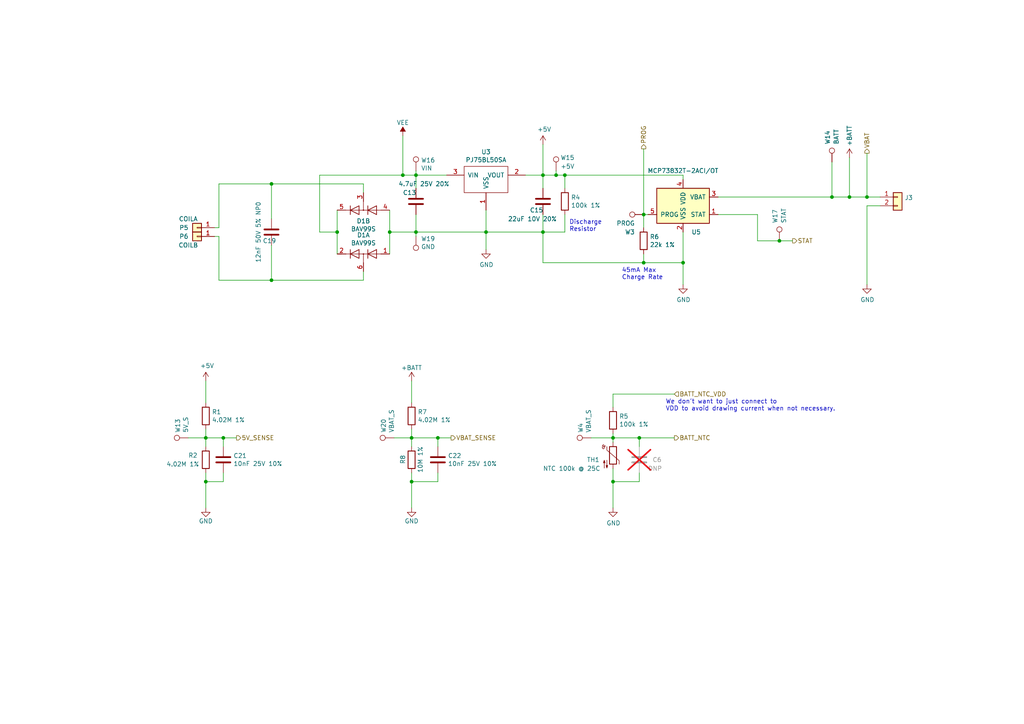
<source format=kicad_sch>
(kicad_sch (version 20230121) (generator eeschema)
  (paper "A4")
  (lib_symbols
    (symbol "Connector_Generic:Conn_01x01" (pin_names (offset 1.016) hide)
      (property "Reference" "J" (at 0 2.54 0))
      (property "Value" "Conn_01x01" (at 0 -2.54 0))
      (symbol "Conn_01x01_1_1"
        (rectangle (start -1.27 0.127) (end 0 -0.127) (stroke (width 0.1524)))
        (rectangle (start -1.27 1.27) (end 1.27 -1.27) (stroke (width 0.254)) (fill (type background)))
        (pin passive line (at -5.08 0 0) (length 3.81) (name "Pin_1") (number "1"))
      )
    )
    (symbol "Connector_Generic:Conn_01x02" (pin_names (offset 1.016) hide)
      (property "Reference" "J" (at 0 2.54 0))
      (property "Value" "Conn_01x02" (at 0 -5.08 0))
      (symbol "Conn_01x02_1_1"
        (rectangle (start -1.27 -2.413) (end 0 -2.667) (stroke (width 0.1524)))
        (rectangle (start -1.27 0.127) (end 0 -0.127) (stroke (width 0.1524)))
        (rectangle (start -1.27 1.27) (end 1.27 -3.81) (stroke (width 0.254)) (fill (type background)))
        (pin passive line (at -5.08 0 0) (length 3.81) (name "Pin_1") (number "1"))
        (pin passive line (at -5.08 -2.54 0) (length 3.81) (name "Pin_2") (number "2"))
      )
    )
    (symbol "Device:C" (pin_numbers hide) (pin_names (offset 0.254))
      (property "Reference" "C" (at 0.635 2.54 0))
      (property "Value" "C" (at 0.635 -2.54 0))
      (symbol "C_0_1"
        (polyline (pts (xy -2.032 -0.762) (xy 2.032 -0.762)) (stroke (width 0.508)))
        (polyline (pts (xy -2.032 0.762) (xy 2.032 0.762)) (stroke (width 0.508)))
      )
      (symbol "C_1_1"
        (pin passive line (at 0 3.81 270) (length 2.794) (name "~") (number "1"))
        (pin passive line (at 0 -3.81 90) (length 2.794) (name "~") (number "2"))
      )
    )
    (symbol "Device:R" (pin_numbers hide) (pin_names (offset 0))
      (property "Reference" "R" (at 2.032 0 90))
      (property "Value" "R" (at 0 0 90))
      (symbol "R_0_1"
        (rectangle (start -1.016 -2.54) (end 1.016 2.54) (stroke (width 0.254)))
      )
      (symbol "R_1_1"
        (pin passive line (at 0 3.81 270) (length 1.27) (name "~") (number "1"))
        (pin passive line (at 0 -3.81 90) (length 1.27) (name "~") (number "2"))
      )
    )
    (symbol "Device:Thermistor_NTC" (pin_numbers hide) (pin_names (offset 0))
      (property "Reference" "TH" (at -4.445 0 90))
      (property "Value" "Thermistor_NTC" (at 3.175 0 90))
      (symbol "Thermistor_NTC_0_1"
        (arc (start -3.048 2.159) (mid -3.0495 2.3143) (end -3.175 2.413))
        (arc (start -3.048 2.159) (mid -2.9736 1.9794) (end -2.794 1.905))
        (arc (start -3.048 2.794) (mid -2.9736 2.6144) (end -2.794 2.54))
        (arc (start -2.794 1.905) (mid -2.6144 1.9794) (end -2.54 2.159))
        (arc (start -2.794 2.54) (mid -2.4393 2.5587) (end -2.159 2.794))
        (arc (start -2.794 3.048) (mid -2.9736 2.9736) (end -3.048 2.794))
        (arc (start -2.54 2.794) (mid -2.6144 2.9736) (end -2.794 3.048))
        (rectangle (start -1.016 2.54) (end 1.016 -2.54) (stroke (width 0.254)))
        (polyline (pts (xy -2.54 2.159) (xy -2.54 2.794)))
        (polyline (pts (xy -1.778 2.54) (xy -1.778 1.524) (xy 1.778 -1.524) (xy 1.778 -2.54)))
        (polyline (pts (xy -2.54 -3.683) (xy -2.54 -1.397) (xy -2.794 -2.159) (xy -2.286 -2.159) (xy -2.54 -1.397) (xy -2.54 -1.651)) (fill (type outline)))
        (polyline (pts (xy -1.778 -1.397) (xy -1.778 -3.683) (xy -2.032 -2.921) (xy -1.524 -2.921) (xy -1.778 -3.683) (xy -1.778 -3.429)) (fill (type outline)))
      )
      (symbol "Thermistor_NTC_1_1"
        (pin passive line (at 0 3.81 270) (length 1.27) (name "~") (number "1"))
        (pin passive line (at 0 -3.81 90) (length 1.27) (name "~") (number "2"))
      )
    )
    (symbol "Pixels-dice:BAV99S-diode" (pin_names (offset 0.0254) hide)
      (property "Reference" "D" (at 0 2.54 0))
      (property "Value" "BAV99S-diode" (at 0 5.08 0))
      (symbol "BAV99S-diode_0_1"
        (polyline (pts (xy -5.08 0) (xy 5.08 0)))
        (polyline (pts (xy 0 0) (xy 0 -2.54)))
        (polyline (pts (xy -1.27 -1.27) (xy -1.27 1.27) (xy -1.27 1.27)) (stroke (width 0.2032)))
        (polyline (pts (xy 3.81 1.27) (xy 3.81 -1.27) (xy 3.81 -1.27)) (stroke (width 0.2032)))
        (polyline (pts (xy -3.81 1.27) (xy -1.27 0) (xy -3.81 -1.27) (xy -3.81 1.27) (xy -3.81 1.27) (xy -3.81 1.27)) (stroke (width 0.2032)))
        (polyline (pts (xy 1.27 1.27) (xy 3.81 0) (xy 1.27 -1.27) (xy 1.27 1.27) (xy 1.27 1.27) (xy 1.27 1.27)) (stroke (width 0.2032)))
        (circle (center 0 0) (radius 0.127))
      )
      (symbol "BAV99S-diode_1_1"
        (polyline (pts (xy 6.35 0) (xy 7.62 0)))
        (pin passive line (at -7.62 0 0) (length 2.54) (name "A1") (number "1"))
        (pin passive line (at 7.62 0 180) (length 2.54) (name "K2") (number "2"))
        (pin passive line (at 0 -5.08 90) (length 2.54) (name "K3A4") (number "6"))
      )
      (symbol "BAV99S-diode_2_1"
        (polyline (pts (xy 6.35 0) (xy 7.62 0)))
        (pin passive line (at 0 -5.08 90) (length 2.54) (name "K1A2") (number "3"))
        (pin passive line (at -7.62 0 0) (length 2.54) (name "A3") (number "4"))
        (pin passive line (at 7.62 0 180) (length 2.54) (name "K4") (number "5"))
      )
    )
    (symbol "Pixels-dice:HX6306P502MR" (pin_names (offset 1.016))
      (property "Reference" "U" (at 3.81 -6.35 0))
      (property "Value" "HX6306P502MR" (at 0 3.81 0))
      (symbol "HX6306P502MR_0_1"
        (rectangle (start -6.35 2.54) (end 6.35 -5.08))
      )
      (symbol "HX6306P502MR_1_1"
        (pin power_in line (at 0 -10.16 90) (length 5.08) (name "VSS") (number "1"))
        (pin power_out line (at 11.43 0 180) (length 5.08) (name "VOUT") (number "2"))
        (pin power_in line (at -11.43 0 0) (length 5.08) (name "VIN") (number "3"))
      )
    )
    (symbol "Pixels-dice:MCP73831-2-OT-battery_management" (pin_names (offset 1.016))
      (property "Reference" "U" (at -7.62 6.35 0))
      (property "Value" "MCP73831-2-OT-battery_management" (at 1.27 6.35 0))
      (symbol "MCP73831-2-OT-battery_management_0_1"
        (rectangle (start -7.62 5.08) (end 7.62 -5.08) (stroke (width 0.254)) (fill (type background)))
      )
      (symbol "MCP73831-2-OT-battery_management_1_1"
        (pin output line (at 10.16 -2.54 180) (length 2.54) (name "STAT") (number "1"))
        (pin power_in line (at 0 -7.62 90) (length 2.54) (name "VSS") (number "2"))
        (pin power_out line (at 10.16 2.54 180) (length 2.54) (name "VBAT") (number "3"))
        (pin power_in line (at 0 7.62 270) (length 2.54) (name "VDD") (number "4"))
        (pin input line (at -10.16 -2.54 0) (length 2.54) (name "PROG") (number "5"))
      )
    )
    (symbol "Pixels-dice:TEST_1P-conn" (pin_numbers hide) (pin_names (offset 0.762) hide)
      (property "Reference" "W" (at 0 6.858 0))
      (property "Value" "TEST_1P-conn" (at 0 5.08 0))
      (symbol "TEST_1P-conn_0_1"
        (circle (center 0 3.302) (radius 0.762))
      )
      (symbol "TEST_1P-conn_1_1"
        (pin passive line (at 0 0 90) (length 2.54) (name "1") (number "1"))
      )
    )
    (symbol "power:+5V" (power) (pin_names (offset 0))
      (property "Value" "+5V" (at 0 3.556 0))
      (symbol "+5V_0_1"
        (polyline (pts (xy -0.762 1.27) (xy 0 2.54)))
        (polyline (pts (xy 0 0) (xy 0 2.54)))
        (polyline (pts (xy 0 2.54) (xy 0.762 1.27)))
      )
      (symbol "+5V_1_1"
        (pin power_in line (at 0 0 90) (length 0) hide (name "+5V") (number "1"))
      )
    )
    (symbol "power:+BATT" (power) (pin_names (offset 0))
      (property "Value" "+BATT" (at 0 3.556 0))
      (symbol "+BATT_0_1"
        (polyline (pts (xy -0.762 1.27) (xy 0 2.54)))
        (polyline (pts (xy 0 0) (xy 0 2.54)))
        (polyline (pts (xy 0 2.54) (xy 0.762 1.27)))
      )
      (symbol "+BATT_1_1"
        (pin power_in line (at 0 0 90) (length 0) hide (name "+BATT") (number "1"))
      )
    )
    (symbol "power:GND" (power) (pin_names (offset 0))
      (property "Value" "GND" (at 0 -3.81 0))
      (symbol "GND_0_1"
        (polyline (pts (xy 0 0) (xy 0 -1.27) (xy 1.27 -1.27) (xy 0 -2.54) (xy -1.27 -1.27) (xy 0 -1.27)))
      )
      (symbol "GND_1_1"
        (pin power_in line (at 0 0 270) (length 0) hide (name "GND") (number "1"))
      )
    )
    (symbol "power:VEE" (power) (pin_names (offset 0))
      (property "Value" "VEE" (at 0 3.81 0))
      (symbol "VEE_0_1"
        (polyline (pts (xy 0 0) (xy 0 2.54)))
        (polyline (pts (xy 0.762 1.27) (xy -0.762 1.27) (xy 0 2.54) (xy 0.762 1.27)) (fill (type outline)))
      )
      (symbol "VEE_1_1"
        (pin power_in line (at 0 0 90) (length 0) hide (name "VEE") (number "1"))
      )
    )
  )
  (junction (at 163.83 50.8))
  (junction (at 97.79 67.31))
  (junction (at 251.46 57.15))
  (junction (at 177.8 139.7))
  (junction (at 59.69 127))
  (junction (at 186.69 76.2))
  (junction (at 59.69 139.7))
  (junction (at 198.12 76.2))
  (junction (at 186.69 62.23))
  (junction (at 157.48 67.31))
  (junction (at 246.38 57.15))
  (junction (at 140.97 67.31))
  (junction (at 177.8 127))
  (junction (at 120.65 67.31))
  (junction (at 78.74 53.34))
  (junction (at 120.65 50.8))
  (junction (at 119.38 139.7))
  (junction (at 64.77 127))
  (junction (at 241.3 57.15))
  (junction (at 157.48 50.8))
  (junction (at 78.74 81.28))
  (junction (at 161.29 50.8))
  (junction (at 185.42 127))
  (junction (at 119.38 127))
  (junction (at 113.03 67.31))
  (junction (at 226.06 69.85))
  (junction (at 116.84 50.8))
  (junction (at 127 127))
  (wire (pts (xy 177.8 125.73) (xy 177.8 127)))
  (wire (pts (xy 157.48 76.2) (xy 186.69 76.2)))
  (wire (pts (xy 163.83 62.23) (xy 163.83 67.31)))
  (wire (pts (xy 78.74 81.28) (xy 63.5 81.28)))
  (wire (pts (xy 163.83 67.31) (xy 157.48 67.31)))
  (wire (pts (xy 241.3 57.15) (xy 246.38 57.15)))
  (wire (pts (xy 127 139.7) (xy 119.38 139.7)))
  (wire (pts (xy 177.8 139.7) (xy 177.8 147.32)))
  (wire (pts (xy 59.69 137.16) (xy 59.69 139.7)))
  (wire (pts (xy 157.48 67.31) (xy 157.48 76.2)))
  (wire (pts (xy 161.29 49.53) (xy 161.29 50.8)))
  (wire (pts (xy 208.28 57.15) (xy 241.3 57.15)))
  (wire (pts (xy 54.61 127) (xy 59.69 127)))
  (wire (pts (xy 219.71 69.85) (xy 226.06 69.85)))
  (wire (pts (xy 59.69 116.84) (xy 59.69 110.49)))
  (wire (pts (xy 78.74 53.34) (xy 63.5 53.34)))
  (wire (pts (xy 251.46 44.45) (xy 251.46 57.15)))
  (wire (pts (xy 157.48 41.91) (xy 157.48 50.8)))
  (wire (pts (xy 251.46 57.15) (xy 246.38 57.15)))
  (wire (pts (xy 63.5 81.28) (xy 63.5 68.58)))
  (wire (pts (xy 97.79 60.96) (xy 97.79 67.31)))
  (wire (pts (xy 127 127) (xy 130.81 127)))
  (wire (pts (xy 157.48 67.31) (xy 157.48 62.23)))
  (wire (pts (xy 208.28 62.23) (xy 219.71 62.23)))
  (wire (pts (xy 241.3 46.99) (xy 241.3 57.15)))
  (wire (pts (xy 186.69 73.66) (xy 186.69 76.2)))
  (wire (pts (xy 163.83 50.8) (xy 163.83 54.61)))
  (wire (pts (xy 59.69 124.46) (xy 59.69 127)))
  (wire (pts (xy 63.5 66.04) (xy 62.23 66.04)))
  (wire (pts (xy 59.69 139.7) (xy 59.69 147.32)))
  (wire (pts (xy 161.29 50.8) (xy 163.83 50.8)))
  (wire (pts (xy 59.69 129.54) (xy 59.69 127)))
  (wire (pts (xy 185.42 127) (xy 185.42 129.54)))
  (wire (pts (xy 185.42 139.7) (xy 177.8 139.7)))
  (wire (pts (xy 63.5 53.34) (xy 63.5 66.04)))
  (wire (pts (xy 97.79 67.31) (xy 97.79 73.66)))
  (wire (pts (xy 113.03 60.96) (xy 113.03 67.31)))
  (wire (pts (xy 140.97 67.31) (xy 157.48 67.31)))
  (wire (pts (xy 113.03 67.31) (xy 113.03 73.66)))
  (wire (pts (xy 120.65 49.53) (xy 120.65 50.8)))
  (wire (pts (xy 127 137.16) (xy 127 139.7)))
  (wire (pts (xy 64.77 137.16) (xy 64.77 139.7)))
  (wire (pts (xy 171.45 127) (xy 177.8 127)))
  (wire (pts (xy 177.8 127) (xy 177.8 128.27)))
  (wire (pts (xy 59.69 127) (xy 64.77 127)))
  (wire (pts (xy 251.46 59.69) (xy 251.46 82.55)))
  (wire (pts (xy 105.41 78.74) (xy 105.41 81.28)))
  (wire (pts (xy 120.65 50.8) (xy 129.54 50.8)))
  (wire (pts (xy 120.65 50.8) (xy 120.65 54.61)))
  (wire (pts (xy 177.8 114.3) (xy 195.58 114.3)))
  (wire (pts (xy 114.3 127) (xy 119.38 127)))
  (wire (pts (xy 140.97 67.31) (xy 140.97 72.39)))
  (wire (pts (xy 186.69 43.18) (xy 186.69 62.23)))
  (wire (pts (xy 119.38 127) (xy 119.38 129.54)))
  (wire (pts (xy 177.8 135.89) (xy 177.8 139.7)))
  (wire (pts (xy 119.38 110.49) (xy 119.38 116.84)))
  (wire (pts (xy 119.38 137.16) (xy 119.38 139.7)))
  (wire (pts (xy 246.38 45.72) (xy 246.38 57.15)))
  (wire (pts (xy 64.77 127) (xy 68.58 127)))
  (wire (pts (xy 78.74 71.12) (xy 78.74 81.28)))
  (wire (pts (xy 120.65 67.31) (xy 113.03 67.31)))
  (wire (pts (xy 177.8 127) (xy 185.42 127)))
  (wire (pts (xy 198.12 52.07) (xy 198.12 50.8)))
  (wire (pts (xy 219.71 62.23) (xy 219.71 69.85)))
  (wire (pts (xy 64.77 129.54) (xy 64.77 127)))
  (wire (pts (xy 198.12 67.31) (xy 198.12 76.2)))
  (wire (pts (xy 152.4 50.8) (xy 157.48 50.8)))
  (wire (pts (xy 226.06 69.85) (xy 229.87 69.85)))
  (wire (pts (xy 157.48 50.8) (xy 157.48 54.61)))
  (wire (pts (xy 92.71 50.8) (xy 116.84 50.8)))
  (wire (pts (xy 140.97 60.96) (xy 140.97 67.31)))
  (wire (pts (xy 63.5 68.58) (xy 62.23 68.58)))
  (wire (pts (xy 78.74 53.34) (xy 105.41 53.34)))
  (wire (pts (xy 97.79 67.31) (xy 92.71 67.31)))
  (wire (pts (xy 127 127) (xy 127 129.54)))
  (wire (pts (xy 64.77 139.7) (xy 59.69 139.7)))
  (wire (pts (xy 185.42 137.16) (xy 185.42 139.7)))
  (wire (pts (xy 255.27 59.69) (xy 251.46 59.69)))
  (wire (pts (xy 187.96 62.23) (xy 186.69 62.23)))
  (wire (pts (xy 120.65 68.58) (xy 120.65 67.31)))
  (wire (pts (xy 119.38 124.46) (xy 119.38 127)))
  (wire (pts (xy 186.69 76.2) (xy 198.12 76.2)))
  (wire (pts (xy 119.38 127) (xy 127 127)))
  (wire (pts (xy 157.48 50.8) (xy 161.29 50.8)))
  (wire (pts (xy 92.71 67.31) (xy 92.71 50.8)))
  (wire (pts (xy 255.27 57.15) (xy 251.46 57.15)))
  (wire (pts (xy 119.38 139.7) (xy 119.38 147.32)))
  (wire (pts (xy 116.84 39.37) (xy 116.84 50.8)))
  (wire (pts (xy 120.65 62.23) (xy 120.65 67.31)))
  (wire (pts (xy 177.8 118.11) (xy 177.8 114.3)))
  (wire (pts (xy 185.42 127) (xy 195.58 127)))
  (wire (pts (xy 120.65 67.31) (xy 140.97 67.31)))
  (wire (pts (xy 105.41 55.88) (xy 105.41 53.34)))
  (wire (pts (xy 186.69 62.23) (xy 186.69 66.04)))
  (wire (pts (xy 78.74 63.5) (xy 78.74 53.34)))
  (wire (pts (xy 198.12 76.2) (xy 198.12 82.55)))
  (wire (pts (xy 163.83 50.8) (xy 198.12 50.8)))
  (wire (pts (xy 116.84 50.8) (xy 120.65 50.8)))
  (wire (pts (xy 78.74 81.28) (xy 105.41 81.28)))
  (text "Discharge\nResistor" (at 165.1 67.31 0) (effects (font (size 1.27 1.27)) (justify left bottom)))
  (text "45mA Max\nCharge Rate" (at 180.34 81.28 0) (effects (font (size 1.27 1.27)) (justify left bottom)))
  (text "We don't want to just connect to\nVDD to avoid drawing current when not necessary." (at 193.04 119.38 0) (effects (font (size 1.27 1.27)) (justify left bottom)))
  (hierarchical_label "BATT_NTC" (shape output) (at 195.58 127 0))
  (hierarchical_label "VBAT" (shape output) (at 251.46 44.45 90))
  (hierarchical_label "PROG" (shape output) (at 186.69 43.18 90))
  (hierarchical_label "5V_SENSE" (shape output) (at 68.58 127 0))
  (hierarchical_label "STAT" (shape output) (at 229.87 69.85 0))
  (hierarchical_label "BATT_NTC_VDD" (shape input) (at 195.58 114.3 0))
  (hierarchical_label "VBAT_SENSE" (shape output) (at 130.81 127 0))
  (symbol (lib_id "power:GND") (at 251.46 82.55 0) (unit 1)
    (property "Reference" "#PWR052" (effects hide))
    (property "Value" "GND" (at 251.587 86.9442 0))
  )
  (symbol (lib_id "Device:R") (at 163.83 58.42 0) (unit 1)
    (property "Reference" "R4" (at 165.608 57.2516 0) (effects (justify left)))
    (property "Value" "100k 1%" (at 165.608 59.563 0) (effects (justify left)))
    (property "Footprint" "Pixels-dice:R_0402_1005Metric" (effects hide))
    (property "Generic OK" "YES" (effects hide))
    (property "Pixels Part Number" "SMD-R006" (effects hide))
    (property "Manufacturer" "UNI-ROYAL(Uniroyal Elec)" (effects hide))
    (property "Manufacturer Part Number" "0402WGF1003TCE" (effects hide))
  )
  (symbol (lib_id "power:GND") (at 177.8 147.32 0) (unit 1)
    (property "Reference" "#PWR0129" (effects hide))
    (property "Value" "GND" (at 177.927 151.7142 0))
  )
  (symbol (lib_id "Device:C") (at 120.65 58.42 0) (unit 1)
    (property "Reference" "C13" (at 116.84 55.88 0) (effects (justify left)))
    (property "Value" "4.7uF 25V 20%" (at 115.57 53.34 0) (effects (justify left)))
    (property "Footprint" "Capacitor_SMD:C_0603_1608Metric" (effects hide))
    (property "Generic OK" "YES" (effects hide))
    (property "Pixels Part Number" "SMD-C010" (effects hide))
    (property "Manufacturer" "Murata" (effects hide))
    (property "Manufacturer Part Number" "GRM188R61E475KE11D" (effects hide))
  )
  (symbol (lib_id "Pixels-dice:TEST_1P-conn") (at 120.65 49.53 0) (unit 1) (in_bom no)
    (property "Reference" "W16" (at 122.1232 46.482 0) (effects (justify left)))
    (property "Value" "VIN" (at 122.1232 48.7934 0) (effects (justify left)))
    (property "Footprint" "Pixels-dice:TEST_PIN" (effects hide))
    (property "Generic OK" "N/A" (effects hide))
  )
  (symbol (lib_id "power:VEE") (at 116.84 39.37 0) (unit 1)
    (property "Reference" "#PWR032" (effects hide))
    (property "Value" "VEE" (at 116.84 35.56 0))
  )
  (symbol (lib_id "power:+5V") (at 59.69 110.49 0) (unit 1)
    (property "Reference" "#PWR057" (effects hide))
    (property "Value" "+5V" (at 60.071 106.0958 0))
  )
  (symbol (lib_id "Pixels-dice:TEST_1P-conn") (at 54.61 127 90) (unit 1) (in_bom no)
    (property "Reference" "W13" (at 51.562 125.5268 0) (effects (justify left)))
    (property "Value" "5V_S" (at 53.8734 125.5268 0) (effects (justify left)))
    (property "Footprint" "Pixels-dice:TEST_PIN" (effects hide))
    (property "Generic OK" "N/A" (effects hide))
  )
  (symbol (lib_id "Device:C") (at 78.74 67.31 0) (unit 1)
    (property "Reference" "C19" (at 76.2 69.85 0) (effects (justify left)))
    (property "Value" "12nF 50V 5% NP0" (at 74.93 76.2 90) (effects (justify left)))
    (property "Footprint" "Capacitor_SMD:C_0805_2012Metric" (effects hide))
    (property "Generic OK" "NO" (effects hide))
    (property "Pixels Part Number" "SMD-C011" (effects hide))
    (property "Manufacturer" "Murata" (effects hide))
    (property "Manufacturer Part Number" "GRM2195C1H123JA01D" (effects hide))
  )
  (symbol (lib_id "Device:R") (at 186.69 69.85 0) (unit 1)
    (property "Reference" "R6" (at 188.468 68.6816 0) (effects (justify left)))
    (property "Value" "22k 1%" (at 188.468 70.993 0) (effects (justify left)))
    (property "Footprint" "Pixels-dice:R_0402_1005Metric" (effects hide))
    (property "Generic OK" "YES" (effects hide))
    (property "Pixels Part Number" "SMD-R002" (effects hide))
    (property "Manufacturer" "UNI-ROYAL(Uniroyal Elec)" (effects hide))
    (property "Manufacturer Part Number" "0402WGF2202TCE" (effects hide))
  )
  (symbol (lib_id "Device:R") (at 119.38 120.65 0) (unit 1)
    (property "Reference" "R7" (at 121.158 119.4816 0) (effects (justify left)))
    (property "Value" "4.02M 1%" (at 121.158 121.793 0) (effects (justify left)))
    (property "Footprint" "Pixels-dice:R_0402_1005Metric" (effects hide))
    (property "Generic OK" "YES" (effects hide))
    (property "Pixels Part Number" "SMD-R003" (effects hide))
    (property "Manufacturer" "UNI-ROYAL(Uniroyal Elec)" (effects hide))
    (property "Manufacturer Part Number" "0402WGF4024TCE" (effects hide))
  )
  (symbol (lib_id "power:+BATT") (at 119.38 110.49 0) (unit 1)
    (property "Reference" "#PWR058" (effects hide))
    (property "Value" "+BATT" (at 119.38 106.68 0))
  )
  (symbol (lib_id "Device:R") (at 119.38 133.35 0) (unit 1)
    (property "Reference" "R8" (at 116.84 134.62 90) (effects (justify left)))
    (property "Value" "10M 1%" (at 121.92 137.16 90) (effects (justify left)))
    (property "Footprint" "Pixels-dice:R_0402_1005Metric" (effects hide))
    (property "Generic OK" "YES" (effects hide))
    (property "Pixels Part Number" "SMD-R004" (effects hide))
    (property "Manufacturer" "UNI-ROYAL(Uniroyal Elec)" (effects hide))
    (property "Manufacturer Part Number" "0402WGF1005TCE" (effects hide))
  )
  (symbol (lib_id "Pixels-dice:MCP73831-2-OT-battery_management") (at 198.12 59.69 0) (unit 1)
    (property "Reference" "U5" (at 201.93 67.31 0))
    (property "Value" "MCP73832T-2ACI/OT" (at 198.12 49.53 0))
    (property "Footprint" "Package_TO_SOT_SMD:SOT-23-5" (effects hide))
    (property "Datasheet" "http://ww1.microchip.com/downloads/en/DeviceDoc/20001984g.pdf" (effects hide))
    (property "Generic OK" "NO" (effects hide))
    (property "Manufacturer" "Microchip" (effects hide))
    (property "Manufacturer Part Number" "MCP73832T-2ACI/OT" (effects hide))
    (property "Pixels Part Number" "SMD-U005" (effects hide))
  )
  (symbol (lib_id "Device:R") (at 59.69 120.65 0) (unit 1)
    (property "Reference" "R1" (at 61.468 119.4816 0) (effects (justify left)))
    (property "Value" "4.02M 1%" (at 61.468 121.793 0) (effects (justify left)))
    (property "Footprint" "Pixels-dice:R_0402_1005Metric" (effects hide))
    (property "Generic OK" "YES" (effects hide))
    (property "Pixels Part Number" "SMD-R003" (effects hide))
    (property "Manufacturer" "UNI-ROYAL(Uniroyal Elec)" (effects hide))
    (property "Manufacturer Part Number" "0402WGF4024TCE" (effects hide))
  )
  (symbol (lib_id "power:GND") (at 119.38 147.32 0) (unit 1)
    (property "Reference" "#PWR060" (effects hide))
    (property "Value" "GND" (at 119.38 151.13 0))
  )
  (symbol (lib_id "power:+5V") (at 157.48 41.91 0) (unit 1)
    (property "Reference" "#PWR040" (effects hide))
    (property "Value" "+5V" (at 157.861 37.5158 0))
  )
  (symbol (lib_id "Device:C") (at 127 133.35 0) (unit 1)
    (property "Reference" "C22" (at 129.921 132.1816 0) (effects (justify left)))
    (property "Value" "10nF 25V 10%" (at 129.921 134.493 0) (effects (justify left)))
    (property "Footprint" "Pixels-dice:C_0402_1005Metric" (effects hide))
    (property "Generic OK" "YES" (effects hide))
    (property "Pixels Part Number" "SMD-C009" (effects hide))
    (property "Manufacturer" "Murata" (effects hide))
    (property "Manufacturer Part Number" "GRM155R71H103KA88" (effects hide))
  )
  (symbol (lib_id "Pixels-dice:TEST_1P-conn") (at 226.06 69.85 0) (unit 1) (in_bom no)
    (property "Reference" "W17" (at 224.79 64.77 90) (effects (justify left)))
    (property "Value" "STAT" (at 227.33 64.77 90) (effects (justify left)))
    (property "Footprint" "Pixels-dice:TEST_PIN" (effects hide))
    (property "Generic OK" "N/A" (effects hide))
  )
  (symbol (lib_id "Device:C") (at 185.42 133.35 0) (unit 1) (in_bom no) (dnp yes)
    (property "Reference" "C6" (at 189.23 133.35 0) (effects (justify left)))
    (property "Value" "DNP" (at 187.96 135.89 0) (effects (justify left)))
    (property "Footprint" "Pixels-dice:C_0402_1005Metric" (effects hide))
    (property "Generic OK" "YES" (effects hide))
    (property "Pixels Part Number" "SMD-C005" (effects hide))
  )
  (symbol (lib_id "Device:Thermistor_NTC") (at 177.8 132.08 0) (unit 1)
    (property "Reference" "TH1" (at 170.18 133.35 0) (effects (justify left)))
    (property "Value" "NTC 100k @ 25C" (at 157.48 135.89 0) (effects (justify left)))
    (property "Footprint" "Pixels-dice:R_0402_1005Metric" (effects hide))
    (property "Generic OK" "NO" (effects hide))
    (property "Manufacturer" "TDK" (effects hide))
    (property "Manufacturer Part Number" "NTCG104EF104FT1X" (effects hide))
  )
  (symbol (lib_id "power:GND") (at 198.12 82.55 0) (unit 1)
    (property "Reference" "#PWR051" (effects hide))
    (property "Value" "GND" (at 198.247 86.9442 0))
  )
  (symbol (lib_id "power:GND") (at 140.97 72.39 0) (unit 1)
    (property "Reference" "#PWR050" (effects hide))
    (property "Value" "GND" (at 141.097 76.7842 0))
  )
  (symbol (lib_id "power:+BATT") (at 246.38 45.72 0) (unit 1)
    (property "Reference" "#PWR041" (effects hide))
    (property "Value" "+BATT" (at 246.38 39.37 90))
  )
  (symbol (lib_id "Connector_Generic:Conn_01x02") (at 260.35 57.15 0) (unit 1) (in_bom no)
    (property "Reference" "J3" (at 262.382 57.3532 0) (effects (justify left)))
    (property "Value" "Conn_01x02" (effects hide))
    (property "Footprint" "Pixels-dice:Hongjie 10100 Connector" (effects hide))
    (property "Generic OK" "N/A" (effects hide))
  )
  (symbol (lib_id "Device:C") (at 157.48 58.42 0) (unit 1)
    (property "Reference" "C15" (at 153.67 60.96 0) (effects (justify left)))
    (property "Value" "22uF 10V 20%" (at 147.32 63.5 0) (effects (justify left)))
    (property "Footprint" "Capacitor_SMD:C_0603_1608Metric" (effects hide))
    (property "Generic OK" "YES" (effects hide))
    (property "Pixels Part Number" "SMD-C002" (effects hide))
    (property "Manufacturer" "Murata" (effects hide))
    (property "Manufacturer Part Number" "GRM188R61A226ME15D" (effects hide))
  )
  (symbol (lib_id "Pixels-dice:TEST_1P-conn") (at 120.65 68.58 180) (unit 1) (in_bom no)
    (property "Reference" "W19" (at 122.1232 69.2658 0) (effects (justify right)))
    (property "Value" "GND" (at 122.1232 71.5772 0) (effects (justify right)))
    (property "Footprint" "Pixels-dice:TEST_PIN" (effects hide))
    (property "Generic OK" "N/A" (effects hide))
  )
  (symbol (lib_id "Pixels-dice:TEST_1P-conn") (at 241.3 46.99 0) (unit 1) (in_bom no)
    (property "Reference" "W14" (at 240.03 41.91 90) (effects (justify left)))
    (property "Value" "BATT" (at 242.57 41.91 90) (effects (justify left)))
    (property "Footprint" "Pixels-dice:TEST_PIN" (effects hide))
    (property "Generic OK" "N/A" (effects hide))
  )
  (symbol (lib_id "Pixels-dice:TEST_1P-conn") (at 186.69 62.23 90) (unit 1) (in_bom no)
    (property "Reference" "W3" (at 184.15 67.31 90) (effects (justify left)))
    (property "Value" "PROG" (at 184.15 64.77 90) (effects (justify left)))
    (property "Footprint" "Pixels-dice:TEST_PIN" (effects hide))
    (property "Generic OK" "N/A" (effects hide))
  )
  (symbol (lib_id "Connector_Generic:Conn_01x01") (at 57.15 68.58 180) (unit 1) (in_bom no)
    (property "Reference" "P6" (at 53.34 68.58 0))
    (property "Value" "COILB" (at 54.61 71.12 0))
    (property "Footprint" "TestPoint:TestPoint_THTPad_D1.5mm_Drill0.7mm" (effects hide))
    (property "Generic OK" "N/A" (effects hide))
  )
  (symbol (lib_id "Connector_Generic:Conn_01x01") (at 57.15 66.04 180) (unit 1) (in_bom no)
    (property "Reference" "P5" (at 53.34 66.04 0))
    (property "Value" "COILA" (at 54.61 63.5 0))
    (property "Footprint" "TestPoint:TestPoint_THTPad_D1.5mm_Drill0.7mm" (effects hide))
    (property "Generic OK" "N/A" (effects hide))
  )
  (symbol (lib_id "Pixels-dice:TEST_1P-conn") (at 114.3 127 90) (unit 1) (in_bom no)
    (property "Reference" "W20" (at 111.252 125.5268 0) (effects (justify left)))
    (property "Value" "VBAT_S" (at 113.5634 125.5268 0) (effects (justify left)))
    (property "Footprint" "Pixels-dice:TEST_PIN" (effects hide))
    (property "Generic OK" "N/A" (effects hide))
  )
  (symbol (lib_id "Pixels-dice:HX6306P502MR") (at 140.97 50.8 0) (unit 1)
    (property "Reference" "U3" (at 140.97 44.069 0))
    (property "Value" "PJ75BL50SA" (at 140.97 46.3804 0))
    (property "Footprint" "Pixels-dice:SOT-23" (effects hide))
    (property "Manufacturer" "PJSEMI" (effects hide))
    (property "Manufacturer Part Number" "PJ75BL50SA" (effects hide))
    (property "Generic OK" "NO" (effects hide))
  )
  (symbol (lib_id "Pixels-dice:TEST_1P-conn") (at 161.29 49.53 0) (unit 1) (in_bom no)
    (property "Reference" "W15" (at 162.56 45.72 0) (effects (justify left)))
    (property "Value" "+5V" (at 162.56 48.26 0) (effects (justify left)))
    (property "Footprint" "Pixels-dice:TEST_PIN" (effects hide))
    (property "Generic OK" "N/A" (effects hide))
  )
  (symbol (lib_id "Device:R") (at 177.8 121.92 0) (unit 1)
    (property "Reference" "R5" (at 179.578 120.7516 0) (effects (justify left)))
    (property "Value" "100k 1%" (at 179.578 123.063 0) (effects (justify left)))
    (property "Footprint" "Pixels-dice:R_0402_1005Metric" (effects hide))
    (property "Generic OK" "YES" (effects hide))
    (property "Pixels Part Number" "SMD-R006" (effects hide))
    (property "Manufacturer" "UNI-ROYAL(Uniroyal Elec)" (effects hide))
    (property "Manufacturer Part Number" "0402WGF1003TCE" (effects hide))
  )
  (symbol (lib_id "Pixels-dice:BAV99S-diode") (at 105.41 60.96 180) (unit 2)
    (property "Reference" "D1" (at 105.41 64.1096 0))
    (property "Value" "BAV99S" (at 105.41 66.421 0))
    (property "Footprint" "Package_TO_SOT_SMD:SOT-363_SC-70-6" (effects hide))
    (property "Datasheet" "https://assets.nexperia.com/documents/data-sheet/BAV99_SER.pdf" (effects hide))
    (property "Generic OK" "YES" (effects hide))
    (property "Manufacturer" "Nexperia" (effects hide))
    (property "Manufacturer Part Number" "BAV99S,115" (effects hide))
    (property "Pixels Part Number" "SMD-D001" (effects hide))
  )
  (symbol (lib_id "power:GND") (at 59.69 147.32 0) (unit 1)
    (property "Reference" "#PWR059" (effects hide))
    (property "Value" "GND" (at 59.69 151.13 0))
  )
  (symbol (lib_id "Pixels-dice:TEST_1P-conn") (at 171.45 127 90) (unit 1) (in_bom no)
    (property "Reference" "W4" (at 168.402 125.5268 0) (effects (justify left)))
    (property "Value" "VBAT_S" (at 170.7134 125.5268 0) (effects (justify left)))
    (property "Footprint" "Pixels-dice:TEST_PIN" (effects hide))
    (property "Generic OK" "N/A" (effects hide))
  )
  (symbol (lib_id "Pixels-dice:BAV99S-diode") (at 105.41 73.66 0) (mirror y) (unit 1)
    (property "Reference" "D1" (at 105.41 68.1736 0))
    (property "Value" "BAV99S" (at 105.41 70.485 0))
    (property "Footprint" "Package_TO_SOT_SMD:SOT-363_SC-70-6" (effects hide))
    (property "Datasheet" "https://assets.nexperia.com/documents/data-sheet/BAV99_SER.pdf" (effects hide))
    (property "Generic OK" "YES" (effects hide))
    (property "Manufacturer" "Nexperia" (effects hide))
    (property "Manufacturer Part Number" "BAV99S,115" (effects hide))
    (property "Pixels Part Number" "SMD-D001" (effects hide))
  )
  (symbol (lib_id "Device:C") (at 64.77 133.35 0) (unit 1)
    (property "Reference" "C21" (at 67.691 132.1816 0) (effects (justify left)))
    (property "Value" "10nF 25V 10%" (at 67.691 134.493 0) (effects (justify left)))
    (property "Footprint" "Pixels-dice:C_0402_1005Metric" (effects hide))
    (property "Generic OK" "YES" (effects hide))
    (property "Pixels Part Number" "SMD-C009" (effects hide))
    (property "Manufacturer" "Murata" (effects hide))
    (property "Manufacturer Part Number" "GRM155R71H103KA88" (effects hide))
  )
  (symbol (lib_id "Device:R") (at 59.69 133.35 0) (unit 1)
    (property "Reference" "R2" (at 54.61 132.08 0) (effects (justify left)))
    (property "Value" "4.02M 1%" (at 48.26 134.62 0) (effects (justify left)))
    (property "Footprint" "Pixels-dice:R_0402_1005Metric" (effects hide))
    (property "Generic OK" "YES" (effects hide))
    (property "Pixels Part Number" "SMD-R003" (effects hide))
    (property "Manufacturer" "UNI-ROYAL(Uniroyal Elec)" (effects hide))
    (property "Manufacturer Part Number" "0402WGF4024TCE" (effects hide))
  )
)
</source>
